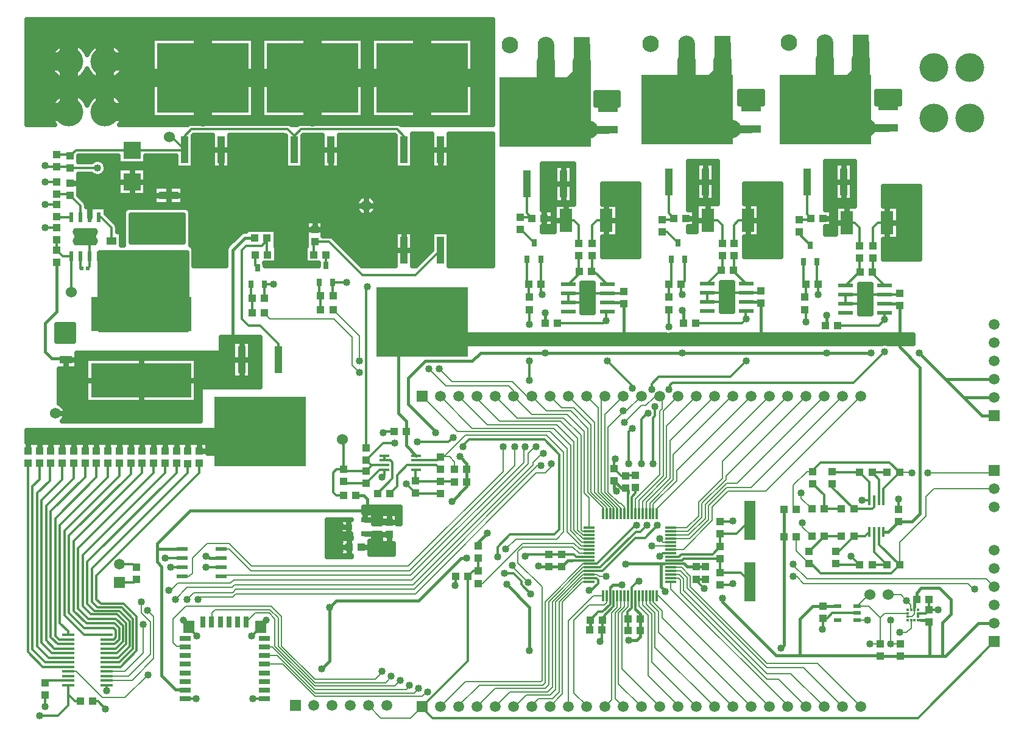
<source format=gbr>
G04 DipTrace 2.4.0.2*
%INTop.gbr*%
%MOIN*%
%ADD13C,0.012*%
%ADD14C,0.007*%
%ADD15C,0.018*%
%ADD16C,0.0118*%
%ADD17C,0.0138*%
%ADD18C,0.0906*%
%ADD19C,0.1*%
%ADD20C,0.044*%
%ADD21C,0.025*%
%ADD22C,0.03*%
%ADD24R,0.0315X0.0591*%
%ADD25C,0.0394*%
%ADD26R,0.0591X0.0315*%
%ADD27R,0.0591X0.0689*%
%ADD28R,0.0394X0.0433*%
%ADD29R,0.0433X0.0394*%
%ADD31R,0.106X0.044*%
%ADD33R,0.061X0.0236*%
%ADD35R,0.0945X0.0945*%
%ADD36C,0.1575*%
%ADD37R,0.0906X0.0906*%
%ADD38C,0.0906*%
%ADD39R,0.0591X0.0591*%
%ADD40C,0.0591*%
%ADD42R,0.041X0.149*%
%ADD43R,0.5X0.38*%
%ADD45R,0.0256X0.0413*%
%ADD46R,0.0709X0.126*%
%ADD47C,0.06*%
%ADD49R,0.0591X0.0118*%
%ADD50R,0.0118X0.0591*%
%ADD51R,0.0551X0.0157*%
%ADD52R,0.0157X0.0551*%
%ADD53R,0.0413X0.0256*%
%ADD54R,0.0787X0.0236*%
%ADD55R,0.0433X0.0236*%
%ADD56R,0.0709X0.0138*%
%ADD57R,0.0138X0.0138*%
%ADD58R,0.0591X0.2165*%
%ADD59R,0.057X0.044*%
%ADD60R,0.071X0.044*%
%ADD61R,0.022X0.024*%
%ADD62R,0.117X0.071*%
%ADD63R,0.551X0.187*%
%ADD66R,0.0236X0.0571*%
%ADD67R,0.122X0.0945*%
%ADD68C,0.04*%
%FSLAX44Y44*%
G04*
G70*
G90*
G75*
G01*
%LNTop*%
%LPD*%
X35252Y30315D2*
D13*
Y31315D1*
X35502Y31565D1*
X36016D1*
X36020Y31561D1*
X43002Y30315D2*
Y31315D1*
X43252Y31565D1*
X43768D1*
X43770Y31563D1*
X50627Y30190D2*
Y31190D1*
X50877Y31440D1*
X51395D1*
X22880Y19107D2*
Y27880D1*
X22940Y27940D1*
X22880Y17857D2*
X21710D1*
X21630Y17937D1*
X23880Y18176D2*
X23198D1*
X22880Y17857D1*
X23880Y18176D2*
X23141D1*
X22880Y18437D1*
X35071Y11971D2*
D14*
X34721D1*
X33440Y10690D1*
Y5745D1*
X33068Y5374D1*
X32318D1*
X31940Y4996D1*
Y4940D1*
X22880Y18437D2*
D13*
X23817Y19375D1*
X24442D1*
X25692Y19438D2*
X27380D1*
X27630Y19688D1*
X28193Y19188D2*
Y19250D1*
X28505Y19563D1*
X32631D1*
X33443Y18750D1*
Y14625D1*
X33193Y14375D1*
X30750D1*
X30065Y13690D1*
Y13127D1*
X30443Y12249D2*
X30943D1*
X31377Y11815D1*
Y11628D1*
X31881Y11124D1*
X35068Y11312D2*
X35193D1*
X35565Y11683D1*
Y11878D1*
X35471Y11971D1*
X35071D1*
X21630Y17937D2*
X21250D1*
X21065Y17752D1*
Y16690D1*
X21252Y16503D1*
X21646D1*
X21567Y19563D2*
X21630Y19500D1*
Y17937D1*
X23880Y18687D2*
Y18432D1*
X24199D1*
X24320Y18310D1*
Y17435D1*
X23508Y16622D1*
X51195Y14517D2*
D15*
X51455D1*
X52002Y15065D1*
X25070Y19997D2*
Y19229D1*
X25612Y18687D1*
X36970Y27019D2*
X36924Y27065D1*
X36066D1*
X44480Y27043D2*
X44423Y27100D1*
X43669D1*
X52065Y26896D2*
X51959Y27002D1*
X51254D1*
X25940Y26000D2*
Y26498D1*
X24631D1*
Y20999D1*
X25071Y20560D1*
Y19997D1*
X25070D1*
X36970Y27019D2*
Y24970D1*
X36940Y24940D1*
X44480Y27043D2*
Y24980D1*
X44440Y24940D1*
X52002Y15065D2*
X52752D1*
X53190Y15503D1*
Y23503D1*
X52065Y24628D1*
Y26896D1*
X35071Y14727D2*
D14*
Y16372D1*
X34815Y16628D1*
Y20003D1*
X33881Y20938D1*
X31942D1*
X30940Y21940D1*
Y22253D1*
X30691Y22502D1*
X27253D1*
X26315Y23440D1*
X22502Y23878D2*
Y25253D1*
X21065Y26690D1*
X40933Y12594D2*
D15*
X41433D1*
X37071Y16915D2*
X36840D1*
X36440Y17315D1*
X33571Y12602D2*
X32883D1*
X37883Y9727D2*
Y9102D1*
X22820Y15161D2*
X24009D1*
X24133Y15038D1*
X35071Y12956D2*
D16*
X34133D1*
D15*
X33924D1*
X33571Y12602D1*
X37610Y11007D2*
D16*
Y10270D1*
D15*
X37883Y9997D1*
Y9727D1*
X39559Y12759D2*
D16*
X40289D1*
D15*
X40455Y12594D1*
X40933D1*
X37216Y15495D2*
D16*
Y16628D1*
D15*
Y16769D1*
X37071Y16915D1*
X51003Y7708D2*
X52128D1*
X36440Y17315D2*
Y16877D1*
X36565Y16752D1*
X32883Y12602D2*
X32227D1*
X32253Y12627D1*
X32315D1*
X37883Y9102D2*
Y8758D1*
X37690Y8565D1*
X37253D1*
X39559Y12759D2*
D16*
X39174D1*
D15*
X38998D1*
X37009D1*
X37015Y12752D1*
X37065D1*
X38998Y12759D2*
Y11507D1*
X39253Y11252D1*
X42377Y10878D2*
Y10690D1*
X45315Y7752D1*
X46628D1*
X50958D1*
X51003Y7708D1*
X52128D2*
X53729D1*
X54422D1*
X54583D1*
X56378Y9502D1*
X57254D1*
X57258Y9499D1*
X35146Y9690D2*
Y9190D1*
X35105Y9150D1*
X36232Y11007D2*
D13*
Y10552D1*
X35808Y10128D1*
X35583D1*
X35146Y9690D1*
X36232Y11007D2*
D16*
Y11475D1*
D15*
X36381Y11624D1*
X36881D1*
X29002Y13734D2*
Y13934D1*
X29505Y14437D1*
X28383Y17247D2*
Y17003D1*
X27567Y16187D1*
X22940Y15690D2*
X13253D1*
X11441Y13878D1*
Y13562D1*
Y12874D1*
X11691Y12624D1*
Y6627D1*
X12440Y5878D1*
X12936D1*
X12969Y5845D1*
X11441Y13562D2*
X12815D1*
X28380Y17937D2*
Y17250D1*
X28383Y17247D1*
X28380Y17937D2*
Y18250D1*
X28002Y18628D1*
X26690Y19940D2*
Y20003D1*
X25190Y21503D1*
Y22940D1*
X26127Y23878D1*
X28695D1*
X29132Y24315D1*
X32690D1*
X40190D1*
X48065D1*
Y26377D2*
Y25871D1*
X48007Y25813D1*
X40256Y25938D2*
Y26561D1*
X40190Y26628D1*
X32693Y25938D2*
X32690Y26499D1*
X22315Y16503D2*
X22752D1*
X22940Y16315D1*
Y15690D1*
X47869Y10430D2*
X48681D1*
X48690Y10438D1*
X47869Y10430D2*
X47305D1*
X46628Y9752D1*
Y7752D1*
X53093Y9662D2*
D17*
X53252D1*
D15*
X53593D1*
X53690Y9565D1*
X52896Y10252D2*
D17*
Y10411D1*
D15*
Y10709D1*
X53002Y10815D1*
X52503Y9859D2*
D14*
X52734D1*
X52878Y10002D1*
Y10234D1*
X52896Y10252D1*
X53729Y7708D2*
D15*
Y9526D1*
X53690Y9565D1*
X54422Y7708D2*
Y9547D1*
X54878Y10002D1*
Y10815D1*
X54253Y11440D1*
X53252D1*
X53002Y11190D1*
Y10815D1*
X48065Y24315D2*
X50505D1*
X53133Y24313D2*
X54568Y22878D1*
X57253D1*
X54568D2*
X55568Y21878D1*
X57253D1*
X55568D2*
X56568Y20878D1*
X57253D1*
X5940Y29271D2*
Y26565D1*
X5315Y25940D1*
Y24377D1*
X5690Y24002D1*
X6378D1*
X6440Y23940D1*
X16793Y30605D2*
X16230D1*
X15566Y29941D1*
Y23940D1*
X16065D1*
X14941Y13062D2*
X14316D1*
X14191Y13187D1*
X14129D1*
X20879Y10374D2*
Y7442D1*
X20440Y7002D1*
X45757Y15750D2*
Y14250D1*
Y8319D1*
X45565Y8127D1*
X31815Y8003D2*
Y10378D1*
X30565Y11628D1*
X28378Y13065D2*
X28065D1*
X25753Y10752D1*
X21258D1*
X20879Y10374D1*
X7231Y5226D2*
D13*
X6944D1*
X6565Y5605D1*
Y6123D1*
Y6124D1*
X5003Y4436D2*
X6003D1*
X6565Y4999D1*
Y5605D1*
X35838Y15495D2*
D14*
Y15854D1*
X35002Y16690D1*
Y20191D1*
X34068Y21125D1*
X32755D1*
X31940Y21940D1*
X31691D1*
X30878Y22752D1*
X27565D1*
X26877Y23440D1*
X22503Y23252D2*
X22128Y23628D1*
Y25190D1*
X21129Y26188D1*
X17629D1*
X17315Y26502D1*
X39559Y12168D2*
X40024D1*
X40253Y11940D1*
Y11315D1*
X44815Y6752D1*
X46128D1*
X47940Y4940D1*
X52699Y9662D2*
Y9253D1*
X52445Y8999D1*
X52070D1*
X51195Y16250D2*
D13*
Y16887D1*
X52065Y17758D1*
X47315Y17821D2*
Y17872D1*
X47761Y18317D1*
X51506D1*
X52065Y17758D1*
X47315Y17821D2*
D14*
X47008D1*
X46252Y17065D1*
Y15923D1*
X46426Y15750D1*
X52065Y17758D2*
X52747D1*
X52753Y17752D1*
X53627D2*
X57128D1*
X57253Y17877D1*
X50939Y14517D2*
D13*
Y13822D1*
X52066Y12695D1*
X47128Y12758D2*
X47257D1*
X47761Y12254D1*
X51625D1*
X52066Y12695D1*
X46426Y14250D2*
D14*
Y13459D1*
X47128Y12758D1*
X52066Y12695D2*
Y13941D1*
X53502Y15377D1*
Y16440D1*
X53940Y16877D1*
X57253D1*
X12815Y12562D2*
D13*
X12191D1*
X9377Y11753D2*
X10176D1*
X10316Y11893D1*
X12815Y13062D2*
X11878D1*
X9377Y12753D2*
X10125D1*
X10316Y12562D1*
X36232Y15495D2*
D14*
Y15835D1*
X35378Y16690D1*
Y20502D1*
X33940Y21940D1*
X31003Y19190D2*
Y18128D1*
X25249Y12374D1*
X16566D1*
X15379Y13562D1*
X14941D1*
X36035Y15495D2*
Y15845D1*
X35190Y16690D1*
Y20378D1*
X34256Y21313D1*
X33567D1*
X32940Y21940D1*
X30378Y19190D2*
Y17815D1*
X25190Y12627D1*
X16626D1*
X15379Y13874D1*
X14191D1*
X13378Y13062D1*
Y12249D1*
X13191Y12062D1*
X12815D1*
X36429Y15495D2*
Y15826D1*
X35565Y16690D1*
Y21315D1*
X34940Y21940D1*
X31565Y19190D2*
X31503Y19128D1*
Y18315D1*
X25315Y12128D1*
X14941D1*
Y12062D1*
X39559Y14334D2*
X40521D1*
X41440Y15253D1*
Y16003D1*
X42627Y17190D1*
X43190D1*
X47940Y21940D1*
X46694Y16625D2*
Y16334D1*
X47271Y15758D1*
X39559Y14727D2*
X40415D1*
X41065Y15377D1*
Y16127D1*
X42378Y17440D1*
Y18378D1*
X45940Y21940D1*
X46757Y15000D2*
Y14772D1*
X47271Y14258D1*
X50427Y16250D2*
D13*
Y17227D1*
X49896Y17758D1*
X23880Y17920D2*
X23612D1*
X22880Y17187D1*
X21710D1*
X21630Y17268D1*
X7751Y29604D2*
Y29046D1*
X7645Y28940D1*
X5940Y31190D2*
X5315D1*
X32438Y29440D2*
Y28067D1*
X32440Y28065D1*
X40313Y29440D2*
Y28251D1*
X40127Y28065D1*
X47563Y29315D2*
Y28129D1*
X47627Y28065D1*
X49128Y27002D2*
Y27502D1*
Y27002D2*
X50066D1*
X50252Y26815D1*
X49128Y27502D2*
X50064D1*
X50252Y27690D1*
X51254Y27502D2*
X50441D1*
X50252Y27690D1*
X41543Y27100D2*
Y27600D1*
X42412D1*
X42627Y27815D1*
X43669Y27600D2*
X42843D1*
X42627Y27815D1*
X41543Y27100D2*
X42405D1*
X42627Y26877D1*
X40127Y28065D2*
Y27565D1*
X40190Y27503D1*
X47627Y28065D2*
Y27503D1*
X32440Y28065D2*
Y27565D1*
X32503Y27503D1*
X33940Y27065D2*
Y27565D1*
X34805D1*
X35002Y27762D1*
X33940Y27065D2*
X34823D1*
X35002Y26887D1*
X36066Y27565D2*
X35198D1*
X35002Y27762D1*
X5940Y34521D2*
X6609D1*
X6690Y34440D1*
X8190D1*
X7501Y30677D2*
Y30442D1*
X7503Y30440D1*
X7751Y29604D2*
Y30192D1*
X7503Y30440D1*
X49896Y17758D2*
X48417D1*
X48377Y17797D1*
X49896Y12695D2*
X48646D1*
X48565Y12776D1*
X50011Y16254D2*
X50423D1*
X50427Y16250D1*
X49896Y12695D2*
Y12696D1*
X49417Y13175D1*
X52002Y15734D2*
Y16315D1*
X17315Y27315D2*
Y28063D1*
X17313Y28065D1*
X17815D1*
X41433Y11924D2*
X40933D1*
X42258Y15084D2*
X42928D1*
X42946Y15102D1*
X42258Y11621D2*
X42901D1*
X42946Y11665D1*
X40933Y11924D2*
Y11843D1*
X41371Y11406D1*
X37628Y17609D2*
X37071D1*
Y17584D1*
X36840D1*
X36440Y17984D1*
X33571Y13272D2*
X32883D1*
X37413Y11007D2*
Y10351D1*
X37196Y10133D1*
Y9727D1*
X37214D1*
Y9102D1*
X39559Y13349D2*
X39099D1*
X38940Y13190D1*
X23880Y17920D2*
Y17618D1*
X23758Y17497D1*
X24401Y19997D2*
X23877D1*
X23817Y19938D1*
X26946Y16622D2*
X25589D1*
X25571Y16640D1*
X25065Y17128D2*
X25083D1*
X25571Y16640D1*
X13165Y9319D2*
Y9277D1*
X13627Y8815D1*
X17102Y9319D2*
Y9290D1*
X16627Y8815D1*
X17299Y5372D2*
X16695D1*
X16690Y5378D1*
X12969Y5372D2*
X13560D1*
X13565Y5378D1*
X17398Y9663D2*
Y9614D1*
X17102Y9319D1*
X12870Y9663D2*
Y9614D1*
X13165Y9319D1*
X35071Y13153D2*
D16*
X34396D1*
D13*
X34258Y13290D1*
X33589D1*
X33571Y13272D1*
X36970Y27688D2*
X36846Y27565D1*
X36066D1*
X44480Y27712D2*
X44368Y27600D1*
X43669D1*
X52065Y27565D2*
X52002Y27502D1*
X51254D1*
X21065Y27440D2*
X21063Y27442D1*
Y28190D1*
X21815D1*
X5940Y32440D2*
X5315D1*
X5940Y33690D2*
X5315D1*
X5940Y34521D2*
X5359D1*
X5315Y34565D1*
X8690Y5811D2*
Y6124D1*
X14941Y12562D2*
X14129D1*
X32883Y13272D2*
X31647D1*
X31565Y13190D1*
X27771Y12065D2*
Y11771D1*
X27753Y11752D1*
Y11565D1*
X36429Y11007D2*
D16*
Y10691D1*
D13*
Y10429D1*
X35815Y9815D1*
Y9690D1*
Y9190D1*
X35775Y9150D1*
Y8587D1*
X35690Y8503D1*
X37413Y11007D2*
D16*
Y11362D1*
D13*
Y11476D1*
X37784Y11846D1*
X37815Y11815D1*
X5315Y5561D2*
Y4936D1*
X36440Y17984D2*
Y18434D1*
X36506Y18500D1*
X53093Y9859D2*
Y10056D1*
X49752Y10064D2*
X48378D1*
X48097Y9783D1*
X47891D1*
X47869Y9760D1*
Y9242D1*
X47847Y9220D1*
Y9158D1*
X53093Y10056D2*
X53511D1*
X53690Y10234D1*
X54172D1*
X54190Y10252D1*
X53690Y10234D2*
Y10797D1*
X53672Y10815D1*
X7900Y5226D2*
X8213D1*
X8628Y4811D1*
X49877Y30190D2*
Y31190D1*
X49627Y31440D1*
X49190D1*
X42377Y30315D2*
Y31315D1*
X42127Y31565D1*
X41568D1*
X41565Y31563D1*
X34502Y30315D2*
Y31315D1*
X34252Y31565D1*
X33820D1*
X33815Y31561D1*
X38201Y15495D2*
D14*
Y16138D1*
X39506Y17444D1*
Y19506D1*
X41940Y21940D1*
X46945Y26001D2*
D13*
Y26623D1*
X46877Y26690D1*
X35071Y12365D2*
D14*
X34740D1*
X33065Y10690D1*
Y6003D1*
X32811Y5749D1*
X30749D1*
X29940Y4940D1*
X35071Y12365D2*
D16*
X35426D1*
D13*
X35803D1*
X37624Y14187D1*
X38131D1*
X38819Y14875D1*
X38565Y18252D2*
Y20752D1*
X38690Y20877D1*
Y21377D1*
X39440Y22315D2*
X39506D1*
Y22563D1*
X39631Y22688D1*
X49563D1*
X51253Y24378D1*
Y26126D2*
Y26503D1*
X51254Y26502D1*
X48676Y25813D2*
X50940D1*
X51253Y26126D1*
X49940Y41315D2*
D18*
Y40362D1*
D19*
Y39568D1*
X48002Y37630D1*
X51440Y36628D2*
D20*
X50280Y36627D1*
D19*
X49005D1*
X48002Y37630D1*
X47971Y41315D2*
D18*
Y40362D1*
D19*
Y37661D1*
X48002Y37630D1*
X38004Y15495D2*
D14*
Y16191D1*
X39319Y17506D1*
Y20319D1*
X40940Y21940D1*
X39444Y25751D2*
D13*
Y26686D1*
X39440Y26690D1*
X35071Y12562D2*
D14*
X34749D1*
X32877Y10690D1*
Y6127D1*
X32686Y5936D1*
X29936D1*
X28940Y4940D1*
X43690Y23877D2*
D13*
X42813Y23000D1*
X38881D1*
X38502Y22622D1*
Y22315D1*
X38319Y21000D2*
X38250D1*
X37940Y20690D1*
Y18252D1*
X38253Y14878D2*
X37875Y14500D1*
X37631D1*
X35693Y12562D1*
X35489D1*
D16*
X35071D1*
X43690Y26190D2*
D13*
X43632D1*
Y26562D1*
X43669Y26600D1*
X40926Y25938D2*
X43438D1*
X43690Y26190D1*
X42377Y41253D2*
D18*
Y40300D1*
D19*
Y39568D1*
X40440Y37630D1*
X43940Y36565D2*
D20*
X42910D1*
D19*
X41505D1*
X40440Y37630D1*
X40409Y41253D2*
D18*
Y40300D1*
D19*
Y37661D1*
X40440Y37630D1*
X37807Y15495D2*
D14*
Y16245D1*
X39131Y17569D1*
Y21131D1*
X39940Y21940D1*
X31815Y22816D2*
D13*
Y23878D1*
Y25876D2*
Y26690D1*
X35071Y12759D2*
D14*
X34759D1*
X32690Y10690D1*
Y6252D1*
X32561Y6124D1*
X29068D1*
X27940Y4996D1*
Y4940D1*
X35071Y12759D2*
D16*
X35426D1*
D13*
X35509D1*
X37625Y14875D1*
X37690D1*
X37253Y18252D2*
Y19997D1*
X37440Y20184D1*
Y22374D2*
Y22503D1*
X36065Y23878D1*
X36006Y26063D2*
Y26505D1*
X36066Y26565D1*
X33362Y25938D2*
X35881D1*
X36006Y26063D1*
X34690Y41190D2*
D18*
Y40237D1*
D19*
Y39505D1*
X32690Y37505D1*
X36100Y36540D2*
D20*
X35070D1*
D19*
X33655D1*
X32690Y37505D1*
X32721Y41190D2*
D18*
Y40237D1*
D19*
Y37537D1*
X32690Y37505D1*
X39559Y12562D2*
D14*
X40131D1*
X40628Y12065D1*
Y11502D1*
X44815Y7315D1*
X47565D1*
X49940Y4940D1*
X51565Y8378D2*
X52128D1*
X51565D2*
Y9690D1*
X50315D2*
X49752D1*
X52440Y10752D2*
X52690Y10502D1*
Y10262D1*
X52699Y10252D1*
X51445Y11062D2*
X52131D1*
X52440Y10752D1*
X39559Y12365D2*
X40077D1*
X40440Y12003D1*
Y11440D1*
X44815Y7065D1*
X46815D1*
X48940Y4940D1*
X50440Y8378D2*
X51003D1*
Y9815D1*
X50377Y10440D1*
X49754D1*
X49752Y10438D1*
X52503Y10056D2*
X51243D1*
X51003Y9815D1*
X50445Y11062D2*
X50376D1*
X49752Y10438D1*
X37610Y15495D2*
Y16298D1*
X38940Y17628D1*
Y21127D1*
X39069Y21256D1*
Y21811D1*
X38940Y21940D1*
Y21875D1*
X38631D1*
X38194Y21438D1*
X37944D1*
X37006Y20500D1*
X33003Y18252D2*
Y18065D1*
X32690Y17752D1*
X32196D1*
X25567Y11124D1*
X15754D1*
X15566Y10937D1*
X13816D1*
X13691Y10812D1*
X10936Y6686D2*
X9686Y5436D1*
X8440D1*
X7003Y6874D1*
X6565D1*
X32440Y18128D2*
X32258D1*
X25505Y11374D1*
X15754D1*
X15568Y11189D1*
X13443D1*
X13066Y10812D1*
X10691Y9436D2*
Y7874D1*
X9691Y6874D1*
X8690D1*
X36943Y21125D2*
Y21063D1*
X36128Y20247D1*
Y16690D1*
X36753Y16065D1*
X36816D1*
X37020Y15861D1*
Y15495D1*
X37940Y21940D2*
X37125Y21125D1*
X36943D1*
X36626Y15495D2*
Y15817D1*
X35752Y16690D1*
Y21752D1*
X35940Y21940D1*
X32190Y19190D2*
X32128D1*
X31753Y18815D1*
Y18247D1*
X25383Y11878D1*
X15632D1*
X15448Y11693D1*
X12572D1*
X12253Y11374D1*
X12003D1*
X12066Y11312D1*
X10566Y10687D2*
Y10062D1*
X11066Y9561D1*
Y7811D1*
X9878Y6624D1*
X8691D1*
X8690D1*
X36823Y15495D2*
Y15808D1*
X35940Y16691D1*
Y20940D1*
X36940Y21940D1*
X32565Y18815D2*
X32503D1*
X32003Y18315D1*
Y18190D1*
X25437Y11624D1*
X15691D1*
X15532Y11465D1*
X13094D1*
X12441Y10812D1*
X10909Y10218D2*
X11253Y9874D1*
Y7561D1*
X10066Y6374D1*
X8691D1*
X8690D1*
X29002Y11690D2*
X29252D1*
X31432Y13870D1*
X34260D1*
X34565Y13565D1*
X35052D1*
X35071Y13546D1*
X47940Y14258D2*
D13*
X48896D1*
X47940D2*
Y14239D1*
X47128Y13427D1*
X48896Y15758D2*
X47940D1*
Y16526D1*
X47315Y17151D1*
X50683Y16250D2*
Y15876D1*
X50565Y15758D1*
X49565D1*
X48377Y17128D2*
Y16946D1*
X49565Y15758D1*
X50939Y16250D2*
Y17384D1*
X50565Y17758D1*
X51396D2*
X50565D1*
X20689Y29096D2*
X20690D1*
Y29690D1*
X46565Y31609D2*
X47127D1*
X47208Y31690D1*
X47002Y33690D2*
Y31896D1*
X47208Y31690D1*
X46565Y30940D2*
Y30845D1*
X47189Y30221D1*
X46815Y29315D2*
Y28208D1*
X46958Y28065D1*
Y27440D1*
X46877Y27359D1*
X39440Y33690D2*
Y31958D1*
X39708Y31690D1*
X39065Y31609D2*
X39627D1*
X39708Y31690D1*
X39065Y30940D2*
X39345D1*
X39939Y30346D1*
X39565Y29440D2*
Y28172D1*
X39458Y28065D1*
Y27377D1*
X39440Y27359D1*
X37413Y15495D2*
Y16413D1*
X37628Y16628D1*
Y16940D1*
X49565Y14258D2*
X50168D1*
X50427Y14517D1*
X48565Y13445D2*
X48753D1*
X49565Y14258D1*
X20396Y26690D2*
Y27440D1*
X20315Y27521D1*
Y28190D1*
X25612Y18176D2*
X25118D1*
X24565Y17623D1*
Y17010D1*
X24177Y16622D1*
X25612Y18176D2*
X26705D1*
X26946Y17935D1*
Y17291D2*
X25589D1*
X25571Y17310D1*
Y17878D1*
X25612Y17920D1*
X26946Y17291D2*
X27670D1*
X27714Y17247D1*
X20021Y29690D2*
Y30396D1*
X20065D1*
X20859D1*
X22690Y28565D1*
X25565D1*
X26940Y29940D1*
X31315Y31734D2*
X31914D1*
X31958Y31690D1*
X31690Y33565D2*
Y31958D1*
X31958Y31690D1*
X31315Y31065D2*
X31345D1*
X32064Y30346D1*
X31690Y29440D2*
Y28146D1*
X31771Y28065D1*
Y27404D1*
X31815Y27359D1*
X16815Y29690D2*
Y29095D1*
X16939Y28971D1*
X50683Y14517D2*
Y13408D1*
X51396Y12695D1*
X50566D1*
X8690Y8874D2*
X7441D1*
X6378Y9937D1*
Y14562D1*
X9378Y17562D1*
Y18261D1*
X16565Y28065D2*
Y27396D1*
X16646Y27315D1*
Y26502D1*
X17462Y30605D2*
Y29690D1*
X17484D1*
X17462Y30605D2*
Y30462D1*
X17190Y30190D1*
X16315D1*
X16065Y29940D1*
Y26190D1*
X16440Y25815D1*
X17065D1*
X18065Y24815D1*
Y23940D1*
X49877Y29521D2*
Y28771D1*
X49897Y28752D1*
X49878D1*
X49128Y28002D1*
X42377Y29646D2*
Y28916D1*
X42311Y28850D1*
X42293D1*
X41543Y28100D1*
X34502Y29646D2*
Y28806D1*
X34532Y28777D1*
Y28657D1*
X33940Y28065D1*
X35252Y29646D2*
Y28828D1*
X35201Y28777D1*
X35354D1*
X36066Y28065D1*
X43002Y29646D2*
Y28872D1*
X42981Y28850D1*
Y28788D1*
X43669Y28100D1*
X50627Y29521D2*
Y28813D1*
X50566Y28752D1*
Y28690D1*
X51254Y28002D1*
X8690Y7124D2*
X9440D1*
X10316Y7999D1*
Y9874D1*
X9628Y10562D1*
X8378D1*
X8128Y10812D1*
Y12124D1*
X13754Y17750D1*
Y18261D1*
X13128Y18256D2*
Y17750D1*
X7878Y12499D1*
Y10687D1*
X8190Y10374D1*
X9503D1*
X10128Y9749D1*
Y8124D1*
X9378Y7374D1*
X8691D1*
X8690D1*
Y7624D2*
X9315D1*
X9941Y8249D1*
Y9624D1*
X9378Y10187D1*
X8003D1*
X7628Y10562D1*
Y12874D1*
X12503Y17750D1*
Y18261D1*
X8690Y7874D2*
X9253D1*
X9753Y8374D1*
Y9499D1*
X9253Y9999D1*
X7815D1*
X7378Y10437D1*
Y13249D1*
X11878Y17750D1*
Y18261D1*
X8690Y8124D2*
X9190D1*
X9566Y8499D1*
Y9374D1*
X9191Y9749D1*
X7690D1*
X7128Y10312D1*
Y13624D1*
X11253Y17750D1*
Y18261D1*
X8690Y8374D2*
X9128D1*
X9378Y8624D1*
Y9249D1*
X9128Y9499D1*
X7565D1*
X6878Y10187D1*
Y13999D1*
X10628Y17750D1*
Y18261D1*
X8690Y8624D2*
X9065D1*
X9191Y8749D1*
Y9124D1*
X9066Y9249D1*
X7440D1*
X6628Y10062D1*
Y14312D1*
X10003Y17687D1*
Y18261D1*
X6565Y6374D2*
X5458D1*
X5315Y6230D1*
X6565Y8874D2*
Y9062D1*
X6128Y9499D1*
Y14875D1*
X8753Y17500D1*
Y18261D1*
X6565Y8624D2*
X6065D1*
X5878Y8811D1*
Y15250D1*
X8128Y17500D1*
Y18261D1*
X6565Y8374D2*
X6003D1*
X5628Y8749D1*
Y15625D1*
X7503Y17500D1*
Y18261D1*
X6565Y8124D2*
X5815D1*
X5378Y8561D1*
Y15937D1*
X6878Y17437D1*
Y18261D1*
X6565Y7874D2*
X5690D1*
X5128Y8436D1*
Y16250D1*
X6253Y17375D1*
Y18261D1*
X6565Y7624D2*
X5503D1*
X4878Y8249D1*
Y16625D1*
X5565Y17312D1*
Y18261D1*
X5628D1*
X6565Y7374D2*
X5315D1*
X4628Y8061D1*
Y17000D1*
X5003Y17375D1*
Y18261D1*
X6565Y7124D2*
X5190D1*
X4378Y7936D1*
Y18261D1*
X39559Y12956D2*
X40174D1*
X40258Y13040D1*
X42258D1*
Y12290D1*
X43383D1*
X43883Y11790D1*
X42258Y13709D2*
Y14415D1*
X43162D1*
X43883Y15136D1*
X42258Y13709D2*
X41839Y13290D1*
X40133D1*
X39996Y13153D1*
X39914D1*
D16*
X39559D1*
Y13940D2*
D14*
X39128D1*
X38940Y14127D1*
X46252Y12753D2*
X46190D1*
X47003Y11940D1*
X56817D1*
X57258Y11499D1*
X39559Y13743D2*
X38493D1*
X38502Y13753D1*
X46252Y12065D2*
X46440D1*
X46815Y11690D1*
X55815D1*
X56128Y11378D1*
X56190D1*
X39559Y11775D2*
Y11384D1*
X45940Y5003D1*
Y4940D1*
X39559Y11971D2*
X39971D1*
X40065Y11878D1*
Y11190D1*
X44815Y6440D1*
X45440D1*
X46940Y4940D1*
X35071Y11775D2*
X34712D1*
X33628Y10690D1*
Y5628D1*
X32940Y4940D1*
X38791Y15495D2*
Y15791D1*
X44940Y21940D1*
X35071Y14530D2*
X34725D1*
X34631Y14624D1*
Y19813D1*
X33693Y20750D1*
X31130D1*
X29940Y21940D1*
X35071Y14334D2*
X34734D1*
X34443Y14624D1*
Y19625D1*
X33506Y20563D1*
X30193D1*
X28940Y21815D1*
Y21940D1*
X37020Y11007D2*
Y10395D1*
X36690Y10065D1*
Y6190D1*
X37940Y4940D1*
X38594Y15495D2*
Y16032D1*
X39881Y17319D1*
Y17881D1*
X43940Y21940D1*
X38398Y15495D2*
Y16085D1*
X39694Y17381D1*
Y18750D1*
X42884Y21940D1*
X42940D1*
X39559Y14137D2*
X40574D1*
X41627Y15190D1*
Y15940D1*
X42627Y16940D1*
X43940D1*
X48940Y21940D1*
X37216Y11007D2*
Y10404D1*
X36878Y10065D1*
Y7002D1*
X38940Y4940D1*
X39559Y14530D2*
X40468D1*
X41253Y15315D1*
Y16065D1*
X42565Y17378D1*
Y17565D1*
X46940Y21940D1*
X39559Y13546D2*
X40234D1*
X41815Y15127D1*
Y15877D1*
X42690Y16752D1*
X44752D1*
X49940Y21940D1*
X38201Y11007D2*
Y10554D1*
X38690Y10065D1*
Y8190D1*
X41940Y4940D1*
X38398Y11007D2*
Y10607D1*
X38877Y10128D1*
Y9003D1*
X42940Y4940D1*
X25940D2*
D13*
Y4877D1*
X26502Y4315D1*
X53074D1*
X57258Y8499D1*
X29002Y12359D2*
Y13065D1*
Y12359D2*
X28734D1*
X28440Y12065D1*
Y7440D1*
X25940Y4940D1*
D14*
Y4934D1*
X25317Y4311D1*
X23694D1*
X23002Y5003D1*
X10065Y35422D2*
D13*
X7003D1*
X6690Y35109D1*
X5940Y35190D2*
X6609D1*
X6690Y35109D1*
X10065Y35422D2*
X12922D1*
X12940Y35440D1*
Y36190D1*
X13315Y36565D1*
X18565D1*
X19065Y36065D1*
Y35440D1*
X18940D1*
Y36190D1*
X19315Y36565D1*
X24565D1*
X24940Y36190D1*
Y35440D1*
X12128Y36127D2*
X12253D1*
X12940Y35440D1*
X35071Y14137D2*
D14*
X34743D1*
X34256Y14624D1*
Y19438D1*
X33318Y20375D1*
X29505D1*
X27940Y21940D1*
X35071Y13940D2*
X34690D1*
X34068Y14562D1*
Y19250D1*
X33131Y20188D1*
X28692D1*
X26940Y21940D1*
X35071Y13743D2*
X34637D1*
X33881Y14500D1*
Y19062D1*
X32943Y20000D1*
X27880D1*
X25940Y21940D1*
X35071Y13349D2*
X34531D1*
X34190Y13690D1*
X31440D1*
X31190Y13440D1*
Y12815D1*
X32503Y11502D1*
Y6378D1*
X32436Y6311D1*
X28311D1*
X26940Y4940D1*
X38004Y11007D2*
Y10501D1*
X38502Y10003D1*
Y7378D1*
X40940Y4940D1*
X23755Y6874D2*
X23817D1*
X23380Y6436D1*
X20067D1*
X18254Y8249D1*
Y9874D1*
X17688Y10440D1*
X13003D1*
X12316Y9753D1*
Y8439D1*
X12503Y8252D1*
X12923D1*
X12969Y8207D1*
X39940Y4940D2*
Y5003D1*
X38315Y6628D1*
Y9940D1*
X37815Y10440D1*
Y10999D1*
X37807Y11007D1*
X24255Y6624D2*
X24283Y6595D1*
X23936Y6249D1*
X20067D1*
X18065Y8250D1*
Y9815D1*
X17627Y10252D1*
X14627D1*
X14440Y10065D1*
Y9580D1*
X14425Y9565D1*
X35838Y11007D2*
X35319D1*
X33940Y9627D1*
Y4940D1*
X26255Y5749D2*
X26186D1*
X25940Y5502D1*
X20065D1*
X18306Y7262D1*
X17299D1*
X36823Y11007D2*
Y10385D1*
X36502Y10065D1*
Y5378D1*
X36940Y4940D1*
X24755Y6374D2*
X24442Y6061D1*
X20067D1*
X17877Y8250D1*
Y9753D1*
X17565Y10065D1*
X16815D1*
X16315Y9565D1*
X36035Y11007D2*
Y10625D1*
X35913Y10502D1*
X35065D1*
X34253Y9690D1*
Y5690D1*
X34940Y5002D1*
Y4940D1*
X25752Y5940D2*
X25502Y5690D1*
X20065D1*
X18021Y7734D1*
X17299D1*
X36626Y11007D2*
Y10376D1*
X36315Y10065D1*
Y5315D1*
X35940Y4940D1*
X25255Y6124D2*
X25317D1*
X25071Y5878D1*
X20065D1*
X17736Y8207D1*
X17299D1*
X38594Y11007D2*
Y10661D1*
X39065Y10190D1*
Y9815D1*
X43940Y4940D1*
X38791Y11007D2*
X38873D1*
X44940Y4940D1*
X35071Y12168D2*
X34731D1*
X33253Y10690D1*
Y5878D1*
X32936Y5561D1*
X31630D1*
X31009Y4940D1*
X30940D1*
X25612Y18432D2*
D13*
X26773D1*
X26946Y18604D1*
D14*
X27109D1*
X28318Y19813D1*
X32756D1*
X33693Y18875D1*
Y14500D1*
X33318Y14124D1*
X31068D1*
X30505Y13562D1*
X30880Y12687D2*
Y12624D1*
X31752Y11752D1*
X36006Y12062D2*
X35631D1*
X35506Y12187D1*
X35089D1*
X35071Y12168D1*
X27711Y17937D2*
Y18357D1*
X27442Y18625D1*
X26967D1*
X26946Y18604D1*
X8251Y31750D2*
D13*
X8380D1*
X8940Y31190D1*
Y30440D1*
X7251Y29604D2*
Y28940D1*
X7315D1*
X5940Y33021D2*
X6690D1*
Y32940D1*
X7251Y31750D2*
Y32379D1*
X6690Y32940D1*
X5940Y29940D2*
Y30521D1*
X6751Y29604D2*
X6276D1*
X5940Y29940D1*
X6753Y27626D2*
Y27688D1*
X6751Y27690D1*
Y29604D1*
Y31750D2*
X5961D1*
X5940Y31771D1*
D68*
X22940Y27940D3*
X24442Y19375D3*
X25692Y19438D3*
X27630Y19688D3*
X28193Y19188D3*
X30065Y13127D3*
X30443Y12249D3*
X31881Y11124D3*
X35068Y11312D3*
X26315Y23440D3*
X22502Y23878D3*
X39253Y11252D3*
X42377Y10878D3*
X28002Y18628D3*
X26690Y19940D3*
X48065Y24315D3*
Y26377D3*
X40190Y26628D3*
Y24315D3*
X32690Y26499D3*
Y24315D3*
X50505D3*
X53133Y24313D3*
X20879Y10374D3*
X20440Y7002D3*
X45565Y8127D3*
X31815Y8003D3*
X30565Y11628D3*
X28378Y13065D3*
X20879Y10374D3*
X5003Y4436D3*
X26877Y23440D3*
X22503Y23252D3*
X52070Y8999D3*
X52753Y17752D3*
X53627D3*
X12191Y12562D3*
X11878Y13062D3*
X31003Y19190D3*
X30378D3*
X31565D3*
X46694Y16625D3*
X46757Y15000D3*
X46945Y26001D3*
X38819Y14875D3*
X38565Y18252D3*
X38690Y21377D3*
X39440Y22315D3*
X51253Y24378D3*
Y26126D3*
D3*
X39444Y25751D3*
X38502Y22315D3*
X38319Y21000D3*
X37940Y18252D3*
X38253Y14878D3*
X31815Y22816D3*
Y23878D3*
Y25876D3*
X37690Y14875D3*
X37253Y18252D3*
X37440Y20184D3*
Y22374D3*
X36065Y23878D3*
X36006Y26063D3*
D3*
X51565Y8378D3*
Y9690D3*
X50315D3*
X51565Y8378D3*
X52440Y10752D3*
X51565Y9690D3*
X52440Y10752D3*
X50440Y8378D3*
X37006Y20500D3*
X33003Y18252D3*
X13691Y10812D3*
X10936Y6686D3*
X32440Y18128D3*
X13066Y10812D3*
X10691Y9436D3*
X32190Y19190D3*
X12066Y11312D3*
X10566Y10687D3*
X32565Y18815D3*
X12441Y10812D3*
X10909Y10218D3*
X38940Y14127D3*
X46252Y12753D3*
X38502Y13753D3*
X46252Y12065D3*
X56190Y11378D3*
X23755Y6874D3*
X24255Y6624D3*
X26255Y5749D3*
X24755Y6374D3*
X25752Y5940D3*
X25255Y6124D3*
X30505Y13562D3*
X30880Y12687D3*
X31752Y11752D3*
X36006Y12062D3*
X4565Y19938D3*
X36943Y21125D3*
X47847Y9158D3*
X17815Y28065D3*
X36065Y29815D3*
X5315Y31190D3*
X36065Y30440D3*
X50252Y26815D3*
Y27690D3*
X42627Y26877D3*
Y27815D3*
X47627Y27503D3*
X40190D3*
X32503D3*
X35002Y26887D3*
Y27762D3*
X8190Y34440D3*
X8003Y30940D3*
Y30440D3*
X7503Y30940D3*
Y30440D3*
X7002Y30940D3*
Y30440D3*
X50011Y16254D3*
X49417Y13175D3*
X52002Y16315D3*
X42946Y11665D3*
Y15102D3*
X41371Y11406D3*
X36565Y16752D3*
X38940Y13190D3*
X24070Y13663D3*
X23383D3*
X23758Y17497D3*
X23817Y19938D3*
X25065Y17128D3*
X6690Y25627D3*
X6190D3*
X36506Y18500D3*
X16627Y8815D3*
X13627D3*
X13565Y5378D3*
X16690D3*
X10940Y30690D3*
X36815Y29815D3*
Y30440D3*
X37565Y29815D3*
X10940Y31440D3*
X10315D3*
Y30690D3*
X37565Y30440D3*
X36065Y32690D3*
Y33315D3*
X36815Y32690D3*
Y33315D3*
X37565Y32690D3*
Y33315D3*
X36815Y32065D3*
Y31565D3*
Y31065D3*
X37565D3*
Y31565D3*
Y32065D3*
X43815Y29815D3*
Y30440D3*
X44565Y29815D3*
Y30440D3*
X45315Y29815D3*
Y30440D3*
X43815Y32690D3*
Y33315D3*
X44565Y32690D3*
Y33315D3*
X45315Y32690D3*
Y33315D3*
X44565Y32065D3*
Y31565D3*
Y31065D3*
X45315D3*
Y31565D3*
Y32065D3*
X51440Y29690D3*
Y30315D3*
X52190Y29690D3*
Y30315D3*
X52940Y29690D3*
Y30315D3*
X51440Y32565D3*
Y33190D3*
X52190Y32565D3*
Y33190D3*
X52940Y32565D3*
Y33190D3*
X52190Y31940D3*
Y31440D3*
Y30940D3*
X52940D3*
Y31440D3*
Y31940D3*
X21815Y28190D3*
X27940Y35940D3*
X28940D3*
X28440D3*
X29440D3*
X27940Y35440D3*
X28440D3*
X28940D3*
X29440D3*
Y34940D3*
X28940D3*
X28440D3*
X27940D3*
Y34440D3*
X28440D3*
X28940D3*
X29440D3*
Y33940D3*
X28940D3*
X28440D3*
X27940D3*
Y33440D3*
X28440D3*
X28940D3*
X29440D3*
Y32940D3*
X28940D3*
X28440D3*
X27940D3*
Y32440D3*
X28440D3*
X28940D3*
X29440D3*
Y31940D3*
X28940D3*
X28440D3*
X27940D3*
Y31440D3*
X28440D3*
X28940D3*
X29440D3*
Y30940D3*
X28940D3*
X28440D3*
X27940D3*
Y30440D3*
X28440D3*
X28940D3*
X29440D3*
Y29940D3*
X28940D3*
X28440D3*
X27940D3*
Y29440D3*
X28440D3*
X28940D3*
X29440D3*
X5315Y32440D3*
Y33690D3*
Y34565D3*
X8690Y5811D3*
X14129Y12562D3*
X9440Y21440D3*
X9940D3*
X10440D3*
X10940D3*
X11440D3*
Y20940D3*
X10940D3*
X10440D3*
X9940D3*
X9440D3*
X6940Y21440D3*
X7440D3*
X7940D3*
X8440D3*
Y20940D3*
X7940D3*
X7440D3*
X6940D3*
X8940D3*
Y21440D3*
X11940D3*
X12440D3*
X12940D3*
Y20940D3*
X12440D3*
X11940D3*
X20940Y14940D3*
Y14440D3*
Y13940D3*
Y13440D3*
X21440D3*
Y13940D3*
Y14440D3*
Y14940D3*
X22940Y15690D3*
X23440D3*
X23940D3*
X24440D3*
X32315Y12627D3*
X31565Y13190D3*
X37253Y8565D3*
X23002Y29753D3*
X37065Y12752D3*
X27753Y11565D3*
X36881Y11624D3*
X35690Y8503D3*
X37815Y11815D3*
X27567Y16187D3*
X29505Y14437D3*
X14129Y13187D3*
X5315Y4936D3*
X43690Y26190D3*
Y23877D3*
X54190Y10252D3*
X35565Y38315D3*
X36065D3*
X36565D3*
X43440Y38378D3*
X43940D3*
X44440D3*
X50940D3*
X51440D3*
X51940D3*
X8628Y4811D3*
X8340Y29566D2*
D21*
X13040D1*
X8340Y29318D2*
X13040D1*
X8340Y29069D2*
X13040D1*
X8340Y28820D2*
X13040D1*
X8340Y28572D2*
X13040D1*
X8340Y28323D2*
X13040D1*
X8340Y28074D2*
X13040D1*
X8340Y27825D2*
X13040D1*
X8340Y27577D2*
X13040D1*
X8340Y27328D2*
X13040D1*
X8340Y27079D2*
X13040D1*
X8340Y26831D2*
X13040D1*
X8340Y26582D2*
X13040D1*
X8340Y26333D2*
X13040D1*
X8340Y26085D2*
X13040D1*
X8340Y25836D2*
X13040D1*
X8340Y25587D2*
X13040D1*
X13065Y25690D2*
Y29815D1*
X8315D1*
Y25565D1*
X13065D1*
Y25690D1*
X4340Y42316D2*
X29792D1*
X4340Y42068D2*
X29792D1*
X4340Y41819D2*
X29792D1*
X4340Y41570D2*
X29792D1*
X4340Y41322D2*
X11151D1*
X16729D2*
X17151D1*
X22729D2*
X23151D1*
X28729D2*
X29792D1*
X4340Y41073D2*
X5936D1*
X7319D2*
X7905D1*
X9287D2*
X11151D1*
X16729D2*
X17151D1*
X22729D2*
X23151D1*
X28729D2*
X29792D1*
X4340Y40824D2*
X5718D1*
X7541D2*
X7683D1*
X9510D2*
X11151D1*
X16729D2*
X17151D1*
X22729D2*
X23151D1*
X28729D2*
X29792D1*
X4340Y40575D2*
X5601D1*
X9623D2*
X11151D1*
X16729D2*
X17151D1*
X22729D2*
X23151D1*
X28729D2*
X29792D1*
X4340Y40327D2*
X5554D1*
X9670D2*
X11151D1*
X16729D2*
X17151D1*
X22729D2*
X23151D1*
X28729D2*
X29792D1*
X4340Y40078D2*
X5565D1*
X9658D2*
X11151D1*
X16729D2*
X17151D1*
X22729D2*
X23151D1*
X28729D2*
X29792D1*
X4340Y39829D2*
X5644D1*
X9584D2*
X11151D1*
X16729D2*
X17151D1*
X22729D2*
X23151D1*
X28729D2*
X29792D1*
X4340Y39581D2*
X5796D1*
X7459D2*
X7765D1*
X9428D2*
X11151D1*
X16729D2*
X17151D1*
X22729D2*
X23151D1*
X28729D2*
X29792D1*
X4340Y39332D2*
X6104D1*
X7154D2*
X8069D1*
X9123D2*
X11151D1*
X16729D2*
X17151D1*
X22729D2*
X23151D1*
X28729D2*
X29792D1*
X4340Y39083D2*
X11151D1*
X16729D2*
X17151D1*
X22729D2*
X23151D1*
X28729D2*
X29792D1*
X4340Y38835D2*
X11151D1*
X16729D2*
X17151D1*
X22729D2*
X23151D1*
X28729D2*
X29792D1*
X4340Y38586D2*
X11151D1*
X16729D2*
X17151D1*
X22729D2*
X23151D1*
X28729D2*
X29792D1*
X4340Y38337D2*
X5964D1*
X7291D2*
X7933D1*
X9260D2*
X11151D1*
X16729D2*
X17151D1*
X22729D2*
X23151D1*
X28729D2*
X29792D1*
X4340Y38089D2*
X5729D1*
X7526D2*
X7698D1*
X9494D2*
X11151D1*
X16729D2*
X17151D1*
X22729D2*
X23151D1*
X28729D2*
X29792D1*
X4340Y37840D2*
X5604D1*
X9619D2*
X11151D1*
X16729D2*
X17151D1*
X22729D2*
X23151D1*
X28729D2*
X29792D1*
X4340Y37591D2*
X5554D1*
X9670D2*
X11151D1*
X16729D2*
X17151D1*
X22729D2*
X23151D1*
X28729D2*
X29792D1*
X4340Y37343D2*
X5561D1*
X9662D2*
X11151D1*
X16729D2*
X17151D1*
X22729D2*
X23151D1*
X28729D2*
X29792D1*
X4340Y37094D2*
X5632D1*
X9592D2*
X29792D1*
X4340Y36845D2*
X5780D1*
X9444D2*
X13124D1*
X18756D2*
X19124D1*
X24756D2*
X29792D1*
X5831Y36814D2*
X5732Y36950D1*
X5653Y37106D1*
X5601Y37273D1*
X5577Y37446D1*
X5582Y37620D1*
X5616Y37792D1*
X5678Y37955D1*
X5766Y38106D1*
X5878Y38241D1*
X6011Y38354D1*
X6160Y38445D1*
X6323Y38509D1*
X6494Y38546D1*
X6668Y38554D1*
X6842Y38532D1*
X7010Y38483D1*
X7167Y38406D1*
X7309Y38304D1*
X7432Y38180D1*
X7533Y38038D1*
X7610Y37881D1*
X7612Y37874D1*
X7681Y38022D1*
X7780Y38166D1*
X7901Y38292D1*
X8042Y38396D1*
X8197Y38476D1*
X8364Y38528D1*
X8537Y38553D1*
X8712Y38548D1*
X8883Y38514D1*
X9047Y38453D1*
X9198Y38365D1*
X9333Y38254D1*
X9447Y38121D1*
X9538Y37972D1*
X9603Y37810D1*
X9640Y37639D1*
X9648Y37477D1*
X9630Y37303D1*
X9583Y37135D1*
X9508Y36977D1*
X9409Y36833D1*
X9393Y36814D1*
X13108Y36815D1*
X13174Y36858D1*
X13315Y36890D1*
X18565D1*
X18672Y36872D1*
X18815Y36815D1*
X19108D1*
X19174Y36858D1*
X19315Y36890D1*
X24565D1*
X24672Y36872D1*
X24815Y36815D1*
X29815D1*
Y42565D1*
X4315D1*
Y36815D1*
X5835D1*
X9648Y40233D2*
X9630Y40059D1*
X9583Y39891D1*
X9508Y39733D1*
X9409Y39589D1*
X9287Y39464D1*
X9146Y39360D1*
X8990Y39282D1*
X8823Y39230D1*
X8649Y39207D1*
X8475Y39212D1*
X8303Y39247D1*
X8140Y39309D1*
X7989Y39398D1*
X7855Y39510D1*
X7742Y39643D1*
X7652Y39793D1*
X7612Y39886D1*
X7552Y39754D1*
X7456Y39608D1*
X7337Y39480D1*
X7198Y39374D1*
X7044Y39291D1*
X6878Y39236D1*
X6706Y39208D1*
X6531Y39210D1*
X6359Y39240D1*
X6194Y39299D1*
X6041Y39384D1*
X5905Y39493D1*
X5788Y39623D1*
X5695Y39771D1*
X5627Y39932D1*
X5587Y40102D1*
X5576Y40277D1*
X5593Y40451D1*
X5639Y40619D1*
X5713Y40778D1*
X5811Y40922D1*
X5933Y41048D1*
X6073Y41152D1*
X6229Y41232D1*
X6395Y41284D1*
X6568Y41309D1*
X6743Y41304D1*
X6915Y41270D1*
X7078Y41209D1*
X7230Y41121D1*
X7364Y41010D1*
X7478Y40877D1*
X7569Y40728D1*
X7612Y40630D1*
X7681Y40778D1*
X7780Y40922D1*
X7901Y41048D1*
X8042Y41152D1*
X8197Y41232D1*
X8364Y41284D1*
X8537Y41309D1*
X8712Y41304D1*
X8883Y41270D1*
X9047Y41209D1*
X9198Y41121D1*
X9333Y41010D1*
X9447Y40877D1*
X9538Y40728D1*
X9603Y40566D1*
X9640Y40395D1*
X9648Y40233D1*
X11200Y41545D2*
X16705D1*
Y37215D1*
X11175D1*
Y41545D1*
X11200D1*
X17200D2*
X22705D1*
Y37215D1*
X17175D1*
Y41545D1*
X17200D1*
X23200D2*
X28705D1*
Y37215D1*
X23175D1*
Y41545D1*
X23200D1*
X6628Y38554D2*
D19*
Y37502D1*
X5576D2*
X6628D1*
X8596Y38554D2*
Y37502D1*
X9648D1*
X8596Y41310D2*
Y39206D1*
Y40258D2*
X9648D1*
X6628Y41310D2*
Y39206D1*
X5576Y40258D2*
X6628D1*
X13940Y41545D2*
Y37216D1*
X11175Y39380D2*
X16705D1*
X19940Y41545D2*
Y37216D1*
X17175Y39380D2*
X22705D1*
X25940Y41545D2*
Y37216D1*
X23175Y39380D2*
X28705D1*
X32527Y34441D2*
D21*
X33194D1*
X32527Y34193D2*
X33194D1*
X32527Y33944D2*
X33194D1*
X32527Y33695D2*
X33194D1*
X32527Y33447D2*
X33194D1*
X32527Y33198D2*
X33194D1*
X32527Y32949D2*
X33194D1*
X32527Y32700D2*
X33194D1*
X32527Y32452D2*
X33171D1*
X32527Y32203D2*
X33171D1*
X32527Y31208D2*
X33171D1*
X32527Y30960D2*
X33171D1*
X33245Y34575D2*
X34160D1*
Y32555D1*
X33220D1*
Y34575D1*
X33245D1*
X33221Y32456D2*
X34253D1*
X34252Y34690D1*
X32502D1*
Y32155D1*
X32746Y32152D1*
X33109D1*
Y31228D1*
X32502D1*
Y30940D1*
X33196Y30941D1*
Y32456D1*
X33221D1*
X33690Y34575D2*
D22*
Y32555D1*
X33220Y33565D2*
X34159D1*
X33815Y32455D2*
Y31561D1*
X33196D2*
X33815D1*
X32627Y32151D2*
Y31229D1*
Y31690D2*
X33109D1*
X40527Y34566D2*
D21*
X40944D1*
X41936D2*
X42102D1*
X40527Y34318D2*
X40944D1*
X41936D2*
X42102D1*
X40527Y34069D2*
X40944D1*
X41936D2*
X42102D1*
X40527Y33820D2*
X40944D1*
X41936D2*
X42102D1*
X40527Y33572D2*
X40944D1*
X41936D2*
X42102D1*
X40527Y33323D2*
X40944D1*
X41936D2*
X42102D1*
X40527Y33074D2*
X40944D1*
X41936D2*
X42102D1*
X40527Y32825D2*
X40944D1*
X41936D2*
X42102D1*
X40527Y32577D2*
X42102D1*
X40527Y32328D2*
X40921D1*
X40527Y31085D2*
X40921D1*
X40995Y34700D2*
X41910D1*
Y32680D1*
X40970D1*
Y34700D1*
X40995D1*
X40971Y32458D2*
X42128D1*
X42127Y34815D1*
X40502D1*
Y32155D1*
X40859Y32152D1*
Y31228D1*
X40504D1*
X40502Y30940D1*
X40946Y30943D1*
Y32458D1*
X40971D1*
X41440Y34700D2*
D22*
Y32680D1*
X40970Y33690D2*
X41910D1*
X41565Y32457D2*
Y31563D1*
X40946D2*
X41565D1*
X40377Y31690D2*
X40859D1*
X48027Y34566D2*
D21*
X48507D1*
X49498D2*
X49604D1*
X48027Y34318D2*
X48507D1*
X49498D2*
X49604D1*
X48027Y34069D2*
X48507D1*
X49498D2*
X49604D1*
X48027Y33820D2*
X48507D1*
X49498D2*
X49604D1*
X48027Y33572D2*
X48507D1*
X49498D2*
X49604D1*
X48027Y33323D2*
X48507D1*
X49498D2*
X49604D1*
X48027Y33074D2*
X48507D1*
X49498D2*
X49604D1*
X48027Y32825D2*
X48507D1*
X49498D2*
X49604D1*
X48027Y32577D2*
X49604D1*
X48027Y32328D2*
X48546D1*
X48385Y32079D2*
X48546D1*
X48385Y31831D2*
X48546D1*
X48385Y31582D2*
X48546D1*
X48385Y31333D2*
X48546D1*
X48027Y31085D2*
X48546D1*
X48027Y30836D2*
X48546D1*
X48557Y34700D2*
X49472D1*
Y32680D1*
X48532D1*
Y34700D1*
X48557D1*
X48596Y32335D2*
X49628D1*
X49627Y34815D1*
X48002D1*
Y32155D1*
X48359Y32152D1*
Y31228D1*
X48004D1*
X48002Y30815D1*
X48571Y30820D1*
Y32335D1*
X48596D1*
X49002Y34700D2*
D22*
Y32680D1*
X48533Y33690D2*
X49472D1*
X49190Y32334D2*
Y31440D1*
X48571D2*
X49190D1*
X47877Y31690D2*
X48359D1*
X49902Y27816D2*
D21*
X50477D1*
X49902Y27568D2*
X50477D1*
X49902Y27319D2*
X50477D1*
X49902Y27070D2*
X50477D1*
X49902Y26822D2*
X50477D1*
X49902Y26573D2*
X50477D1*
X49877Y27940D2*
Y26440D1*
X50502D1*
Y28065D1*
X49877D1*
Y27940D1*
X42340Y27941D2*
X42915D1*
X42340Y27693D2*
X42915D1*
X42340Y27444D2*
X42915D1*
X42340Y27195D2*
X42915D1*
X42340Y26947D2*
X42915D1*
X42340Y26698D2*
X42915D1*
X42315Y28065D2*
Y26565D1*
X42940D1*
Y28190D1*
X42315D1*
Y28065D1*
X34714Y27888D2*
X35289D1*
X34714Y27639D2*
X35289D1*
X34714Y27391D2*
X35289D1*
X34714Y27142D2*
X35289D1*
X34714Y26893D2*
X35289D1*
X34714Y26645D2*
X35289D1*
X34689Y28012D2*
Y26512D1*
X35314D1*
Y28137D1*
X34689D1*
Y28012D1*
X8590Y27379D2*
X12851D1*
X8565Y27624D2*
X8567Y27313D1*
X12875Y27254D1*
X12876Y27567D1*
X8568Y27626D1*
X23316Y14227D2*
X23645D1*
X23117Y13978D2*
X23645D1*
X23117Y13730D2*
X24356D1*
X23117Y13481D2*
X24356D1*
X23091Y14021D2*
Y13288D1*
X24383D1*
Y13886D1*
X23671Y13887D1*
Y14437D1*
X23290Y14448D1*
X23292Y14020D1*
X23091D1*
X22609Y13669D2*
D22*
X23090D1*
X24133Y14369D2*
Y13888D1*
X23671Y14369D2*
X24133D1*
X22820Y14413D2*
X23291D1*
X5965Y25629D2*
D21*
X6854D1*
X5965Y25380D2*
X6854D1*
X5965Y25131D2*
X6854D1*
X6878Y25065D2*
Y25877D1*
X5940D1*
Y24940D1*
X6878D1*
Y25065D1*
X10027Y31629D2*
X12854D1*
X10027Y31380D2*
X12854D1*
X10027Y31131D2*
X12854D1*
X10027Y30883D2*
X12854D1*
X10027Y30634D2*
X12854D1*
X10027Y30385D2*
X12854D1*
X12878Y30502D2*
Y31877D1*
X10002D1*
Y30377D1*
X12878D1*
Y30502D1*
X35840Y33316D2*
X37790D1*
X35840Y33068D2*
X37790D1*
X35840Y32819D2*
X37790D1*
X35840Y32570D2*
X37790D1*
X36666Y32322D2*
X37790D1*
X36666Y32073D2*
X37790D1*
X36666Y31824D2*
X37790D1*
X36666Y31575D2*
X37790D1*
X36666Y31327D2*
X37790D1*
X36666Y31078D2*
X37790D1*
X36666Y30829D2*
X37790D1*
X35840Y30581D2*
X37790D1*
X35840Y30332D2*
X37790D1*
X35840Y30083D2*
X37790D1*
X35840Y29835D2*
X37790D1*
X35840Y29586D2*
X37790D1*
X35816Y32456D2*
X36639D1*
Y30666D1*
X35815D1*
Y29565D1*
X37815D1*
Y33565D1*
X35815D1*
Y32452D1*
X36020Y32455D2*
D22*
Y30666D1*
Y31561D2*
X36639D1*
X43590Y33316D2*
D21*
X45540D1*
X43590Y33068D2*
X45540D1*
X43590Y32819D2*
X45540D1*
X43590Y32570D2*
X45540D1*
X44412Y32322D2*
X45540D1*
X44412Y32073D2*
X45540D1*
X44412Y31824D2*
X45540D1*
X44412Y31575D2*
X45540D1*
X44412Y31327D2*
X45540D1*
X44412Y31078D2*
X45540D1*
X44412Y30829D2*
X45540D1*
X43590Y30581D2*
X45540D1*
X43590Y30332D2*
X45540D1*
X43590Y30083D2*
X45540D1*
X43590Y29835D2*
X45540D1*
X43590Y29586D2*
X45540D1*
X43566Y32458D2*
X44389D1*
Y30668D1*
X43565D1*
Y29565D1*
X45565D1*
Y33565D1*
X43565D1*
Y32460D1*
X43770Y32457D2*
D22*
Y30668D1*
Y31563D2*
X44389D1*
X51215Y33191D2*
D21*
X53167D1*
X51215Y32943D2*
X53167D1*
X51215Y32694D2*
X53167D1*
X51215Y32445D2*
X53167D1*
X52037Y32197D2*
X53167D1*
X52037Y31948D2*
X53167D1*
X52037Y31699D2*
X53167D1*
X52037Y31450D2*
X53167D1*
X52037Y31202D2*
X53167D1*
X52037Y30953D2*
X53167D1*
X52037Y30704D2*
X53167D1*
X51215Y30456D2*
X53167D1*
X51215Y30207D2*
X53167D1*
X51215Y29958D2*
X53167D1*
X51215Y29710D2*
X53167D1*
X51215Y29461D2*
X53167D1*
X51190Y32335D2*
X52014D1*
Y30545D1*
X51190D1*
Y29440D1*
X53190D1*
Y33440D1*
X51190D1*
Y32335D1*
X51395Y32334D2*
D22*
Y30545D1*
Y31440D2*
X52014D1*
X14963Y24941D2*
D21*
X15569D1*
X16561D2*
X17040D1*
X14963Y24693D2*
X15569D1*
X16561D2*
X17040D1*
X14963Y24444D2*
X15569D1*
X16561D2*
X17040D1*
X7084Y24195D2*
X15569D1*
X16561D2*
X17040D1*
X7084Y23947D2*
X7519D1*
X13611D2*
X15569D1*
X16561D2*
X17040D1*
X7084Y23698D2*
X7519D1*
X13611D2*
X15569D1*
X16561D2*
X17040D1*
X6090Y23449D2*
X7519D1*
X13611D2*
X15569D1*
X16561D2*
X17040D1*
X6090Y23200D2*
X7519D1*
X13611D2*
X15569D1*
X16561D2*
X17040D1*
X6090Y22952D2*
X7519D1*
X13611D2*
X15569D1*
X16561D2*
X17040D1*
X6090Y22703D2*
X7519D1*
X13611D2*
X17040D1*
X6090Y22454D2*
X7519D1*
X13611D2*
X17040D1*
X6090Y22206D2*
X7519D1*
X13611D2*
X13792D1*
X6090Y21957D2*
X7519D1*
X13611D2*
X13792D1*
X6090Y21708D2*
X7519D1*
X13611D2*
X13792D1*
X6233Y21460D2*
X13792D1*
X6428Y21211D2*
X13792D1*
X6467Y20962D2*
X13792D1*
X6389Y20714D2*
X13792D1*
X15620Y24950D2*
X16535D1*
Y22930D1*
X15595D1*
Y24950D1*
X15620D1*
X7060Y24315D2*
Y23455D1*
X6065D1*
Y21530D1*
X6195Y21467D1*
X6290Y21386D1*
X6365Y21286D1*
X6416Y21172D1*
X6443Y21000D1*
X6429Y20876D1*
X6388Y20758D1*
X6323Y20652D1*
X6238Y20566D1*
X13815Y20565D1*
Y22315D1*
X13876Y22420D1*
X13940Y22440D1*
X17065D1*
Y25190D1*
X14940D1*
Y24440D1*
X14879Y24335D1*
X14815Y24315D1*
X7061D1*
X7570Y24000D2*
X13585D1*
Y21600D1*
X7545D1*
Y24000D1*
X7570D1*
X16065Y24950D2*
D22*
Y22930D1*
X15595Y23940D2*
X16535D1*
X6440D2*
Y23455D1*
Y23940D2*
X7060D1*
X10565Y24000D2*
Y21600D1*
X7545Y22800D2*
X13585D1*
X5878Y21000D2*
X6442D1*
X13436Y36066D2*
D21*
X14444D1*
X15436D2*
X18444D1*
X19436D2*
X20444D1*
X21436D2*
X24444D1*
X25436D2*
X26444D1*
X27436D2*
X29792D1*
X13436Y35818D2*
X14444D1*
X15436D2*
X18444D1*
X19436D2*
X20444D1*
X21436D2*
X24444D1*
X25436D2*
X26444D1*
X27436D2*
X29792D1*
X13436Y35569D2*
X14444D1*
X15436D2*
X18444D1*
X19436D2*
X20444D1*
X21436D2*
X24444D1*
X25436D2*
X26444D1*
X27436D2*
X29792D1*
X13436Y35320D2*
X14444D1*
X15436D2*
X18444D1*
X19436D2*
X20444D1*
X21436D2*
X24444D1*
X25436D2*
X26444D1*
X27436D2*
X29792D1*
X7178Y35072D2*
X9304D1*
X10826D2*
X12444D1*
X13436D2*
X14444D1*
X15436D2*
X18444D1*
X19436D2*
X20444D1*
X21436D2*
X24444D1*
X25436D2*
X26444D1*
X27436D2*
X29792D1*
X7178Y34823D2*
X7901D1*
X8479D2*
X9304D1*
X10826D2*
X12444D1*
X13436D2*
X14444D1*
X15436D2*
X18444D1*
X19436D2*
X20444D1*
X21436D2*
X24444D1*
X25436D2*
X26444D1*
X27436D2*
X29792D1*
X8658Y34574D2*
X12444D1*
X13436D2*
X14444D1*
X15436D2*
X18444D1*
X19436D2*
X20444D1*
X21436D2*
X24444D1*
X25436D2*
X26444D1*
X27436D2*
X29792D1*
X8666Y34325D2*
X9304D1*
X10826D2*
X29792D1*
X7178Y34077D2*
X7874D1*
X8506D2*
X9304D1*
X10826D2*
X29792D1*
X7178Y33828D2*
X9304D1*
X10826D2*
X29792D1*
X7178Y33579D2*
X9304D1*
X10826D2*
X29792D1*
X7178Y33331D2*
X9304D1*
X10826D2*
X11245D1*
X12885D2*
X29792D1*
X7178Y33082D2*
X9304D1*
X10826D2*
X11245D1*
X12885D2*
X29792D1*
X7279Y32833D2*
X11245D1*
X12885D2*
X22522D1*
X23236D2*
X29792D1*
X7526Y32585D2*
X11245D1*
X12885D2*
X22331D1*
X23428D2*
X29792D1*
X7600Y32336D2*
X22292D1*
X23467D2*
X29792D1*
X8658Y32087D2*
X9601D1*
X13279D2*
X22370D1*
X23389D2*
X29792D1*
X8776Y31839D2*
X9589D1*
X13291D2*
X22683D1*
X23076D2*
X29792D1*
X9026Y31590D2*
X9589D1*
X13291D2*
X29792D1*
X9252Y31341D2*
X9589D1*
X13291D2*
X19577D1*
X20553D2*
X29792D1*
X9291Y31093D2*
X9589D1*
X13291D2*
X19577D1*
X20553D2*
X29792D1*
X13291Y30844D2*
X15940D1*
X17967D2*
X19577D1*
X20553D2*
X24444D1*
X25436D2*
X26444D1*
X27436D2*
X29792D1*
X13291Y30595D2*
X15694D1*
X17967D2*
X19577D1*
X21143D2*
X24444D1*
X25436D2*
X26444D1*
X27436D2*
X29792D1*
X13291Y30346D2*
X15444D1*
X17967D2*
X19577D1*
X21393D2*
X24444D1*
X25436D2*
X26444D1*
X27436D2*
X29792D1*
X13428Y30098D2*
X15222D1*
X17990D2*
X19515D1*
X21643D2*
X24444D1*
X25436D2*
X26444D1*
X27436D2*
X29792D1*
X13479Y29849D2*
X15186D1*
X17990D2*
X19515D1*
X21889D2*
X24444D1*
X25436D2*
X26366D1*
X27436D2*
X29792D1*
X13479Y29600D2*
X15186D1*
X17990D2*
X19515D1*
X22139D2*
X24444D1*
X25436D2*
X26116D1*
X27436D2*
X29792D1*
X13479Y29352D2*
X15186D1*
X17990D2*
X19515D1*
X22389D2*
X24444D1*
X25436D2*
X25866D1*
X27436D2*
X29792D1*
X13479Y29103D2*
X15186D1*
X17358D2*
X20272D1*
X22635D2*
X24444D1*
X25436D2*
X25620D1*
X27436D2*
X29792D1*
X9353Y34427D2*
X10802D1*
Y32953D1*
X9328D1*
Y34427D1*
X9353D1*
X10802Y35101D2*
Y34685D1*
X9328D1*
Y35095D1*
X8190Y35097D1*
X7155D1*
X7152Y34761D1*
X7565Y34765D1*
X7858D1*
X7898Y34802D1*
X8004Y34866D1*
X8124Y34900D1*
X8249Y34901D1*
X8369Y34869D1*
X8477Y34806D1*
X8564Y34717D1*
X8624Y34608D1*
X8653Y34487D1*
X8655Y34440D1*
X8638Y34317D1*
X8589Y34202D1*
X8512Y34104D1*
X8411Y34031D1*
X8295Y33987D1*
X8170Y33975D1*
X8048Y33997D1*
X7935Y34051D1*
X7862Y34115D1*
X7155D1*
X7152Y33841D1*
Y32941D1*
X7481Y32609D1*
X7550Y32506D1*
X7576Y32379D1*
Y32297D1*
X7768Y32300D1*
X8634D1*
Y31953D1*
X9170Y31420D1*
X9239Y31317D1*
X9265Y31190D1*
Y30925D1*
X9490D1*
Y30203D1*
X9616Y30205D1*
X9612Y30627D1*
Y32002D1*
X9641Y32123D1*
X9722Y32217D1*
X9840Y32264D1*
X10377Y32267D1*
X13003D1*
X13123Y32239D1*
X13217Y32158D1*
X13264Y32040D1*
X13268Y31502D1*
X13267Y30249D1*
X13272Y30192D1*
X13378Y30127D1*
X13442Y30021D1*
X13455Y29940D1*
Y29061D1*
X14190Y29065D1*
X15211D1*
Y29941D1*
X15233Y30064D1*
X15315Y30192D1*
X15979Y30856D1*
X16081Y30928D1*
X16230Y30960D1*
X16312D1*
X16311Y31067D1*
X17274Y31063D1*
X17356Y31067D1*
X17944D1*
Y30151D1*
X17966Y30152D1*
Y29228D1*
X17329D1*
X17332Y29063D1*
X20295Y29065D1*
X20296Y29229D1*
X19539Y29228D1*
Y30152D1*
X19606D1*
X19603Y30877D1*
Y31547D1*
X20527D1*
Y30717D1*
X20859Y30721D1*
X20981Y30697D1*
X21089Y30626D1*
X22650Y29065D1*
X24467D1*
X24470Y29330D1*
Y30950D1*
X25410D1*
Y29065D1*
X25608D1*
X26470Y29930D1*
Y30950D1*
X27410D1*
Y29063D1*
X29815Y29065D1*
Y36315D1*
X27413D1*
X27410Y36050D1*
Y34430D1*
X26470D1*
Y36315D1*
X25413D1*
X25410Y34575D1*
Y34430D1*
X24470D1*
Y36200D1*
X24431Y36239D1*
X21413Y36240D1*
X21410Y35975D1*
Y34430D1*
X20470D1*
Y36240D1*
X19452D1*
X19410Y36200D1*
Y34430D1*
X18470D1*
Y36200D1*
X18315Y36240D1*
X15413D1*
X15410Y35975D1*
Y34430D1*
X14470D1*
Y36240D1*
X13452D1*
X13410Y36200D1*
Y34430D1*
X12470D1*
Y35098D1*
X10801Y35097D1*
X23444Y32351D2*
X23425Y32228D1*
X23379Y32112D1*
X23309Y32009D1*
X23218Y31924D1*
X23110Y31861D1*
X22991Y31823D1*
X22867Y31812D1*
X22743Y31828D1*
X22626Y31871D1*
X22522Y31939D1*
X22434Y32028D1*
X22369Y32134D1*
X22328Y32252D1*
X22314Y32376D1*
X22328Y32500D1*
X22369Y32618D1*
X22434Y32724D1*
X22522Y32814D1*
X22626Y32882D1*
X22743Y32925D1*
X22867Y32941D1*
X22991Y32930D1*
X23110Y32892D1*
X23218Y32829D1*
X23309Y32744D1*
X23379Y32641D1*
X23425Y32525D1*
X23444Y32401D1*
Y32351D1*
X11295Y33425D2*
X12860D1*
Y32455D1*
X11270D1*
Y33425D1*
X11295D1*
X10065Y34427D2*
D22*
Y32953D1*
X9328Y33690D2*
X10802D1*
X14940Y35440D2*
Y34430D1*
X14470Y35440D2*
X15410D1*
X24940Y30950D2*
Y29940D1*
X24470D2*
X25410D1*
X20940Y35440D2*
Y34430D1*
X20470Y35440D2*
X21410D1*
X26940D2*
Y34430D1*
X26470Y35440D2*
X27410D1*
X20065Y31546D2*
Y31065D1*
X19604D2*
X20526D1*
X22879Y32941D2*
Y31812D1*
X22315Y32376D2*
X23444D1*
X12065Y33425D2*
Y32455D1*
X11270Y32940D2*
X12860D1*
X6690Y33609D2*
X7151D1*
X7751Y32300D2*
Y31750D1*
X20777Y14941D2*
D21*
X21417D1*
X20777Y14693D2*
X21417D1*
X20777Y14444D2*
X21417D1*
X20777Y14195D2*
X22042D1*
X20777Y13947D2*
X21433D1*
X20777Y13698D2*
X21433D1*
X20777Y13449D2*
X21433D1*
X20777Y13200D2*
X22042D1*
X21483Y14131D2*
X22065D1*
X22061Y14394D1*
X21443D1*
Y15180D1*
X22065D1*
Y15190D1*
X20752D1*
Y13127D1*
X22065D1*
Y13210D1*
X21458Y13208D1*
Y14131D1*
X21483D1*
X21940D2*
D22*
Y13208D1*
X21459Y13669D2*
X21940D1*
X21915Y15180D2*
Y14395D1*
X21443Y14787D2*
X21915D1*
X22778Y15629D2*
D21*
X24726D1*
X23319Y15380D2*
X23647D1*
X24619D2*
X24725D1*
X23319Y15131D2*
X23647D1*
X24619D2*
X24725D1*
X23696Y15520D2*
X24594D1*
Y14939D1*
X24752Y14940D1*
Y15877D1*
X22753D1*
Y15553D1*
X23292Y15554D1*
Y14939D1*
X23670Y14940D1*
X23671Y15520D1*
X23696D1*
X24133Y15519D2*
D22*
Y15038D1*
X23671D2*
X24594D1*
X22820Y15554D2*
Y15161D1*
X23291D1*
X28090Y25066D2*
D21*
X52792D1*
X28090Y24818D2*
X51077D1*
X51428D2*
X52792D1*
X51108Y24815D2*
X51186Y24838D1*
X51311Y24839D1*
X51398Y24816D1*
X52815Y24815D1*
Y25315D1*
X39608D1*
X39548Y25298D1*
X39424Y25286D1*
X39284Y25316D1*
X28065Y25315D1*
Y24815D1*
X51092D1*
X4340Y19816D2*
X14276D1*
X4340Y19568D2*
X14276D1*
X13317Y19412D2*
X14215D1*
Y18814D1*
X14300Y18835D1*
Y20065D1*
X4315D1*
X4316Y19412D1*
X7340D1*
X9840Y19411D1*
X11090D1*
X12340D1*
X12965Y19412D1*
X12967Y19407D1*
X13317Y19412D1*
X13754D2*
D22*
Y18931D1*
X14215D1*
X13128Y19406D2*
Y18925D1*
X12503Y19412D2*
Y18931D1*
X11878Y19412D2*
Y18931D1*
X11253Y19412D2*
Y18931D1*
X10628Y19412D2*
Y18931D1*
X10003Y19412D2*
Y18931D1*
X9378Y19412D2*
Y18931D1*
X8753Y19412D2*
Y18931D1*
X8128Y19412D2*
Y18931D1*
X7503Y19412D2*
Y18931D1*
X6878Y19412D2*
Y18931D1*
X6253Y19412D2*
Y18931D1*
X5628Y19412D2*
Y18931D1*
X5003Y19412D2*
Y18931D1*
X4378Y19412D2*
Y18931D1*
X14340Y19816D2*
D21*
X15290D1*
X14340Y19568D2*
X15290D1*
X14340Y19319D2*
X15290D1*
X14340Y19070D2*
X15290D1*
X14340Y18822D2*
X15290D1*
X14440Y18815D2*
X15315D1*
Y20065D1*
X14315D1*
Y18815D1*
X14440D1*
X35479Y38316D2*
X36667D1*
X35479Y38068D2*
X36667D1*
X35455Y38565D2*
Y37877D1*
X36690D1*
Y38565D1*
X35452D1*
X43340Y38379D2*
X44542D1*
X43340Y38130D2*
X44542D1*
X43315Y38502D2*
Y37940D1*
X44565D1*
Y38627D1*
X43315D1*
Y38502D1*
X50840Y38379D2*
X52042D1*
X50840Y38130D2*
X52042D1*
X50815Y38502D2*
Y37940D1*
X52065D1*
Y38627D1*
X50815D1*
Y38502D1*
D24*
X16315Y9565D3*
X15843D3*
X15370D3*
X14898D3*
X14425D3*
X13953D3*
D25*
X17398Y9663D3*
X12870D3*
D26*
X17299Y8679D3*
Y8207D3*
Y7734D3*
Y7262D3*
Y6789D3*
Y6317D3*
Y5845D3*
Y5372D3*
X12969Y8679D3*
Y8207D3*
Y7734D3*
Y7262D3*
Y6789D3*
Y6317D3*
Y5845D3*
Y5372D3*
D27*
X17102Y9319D3*
X13165D3*
D28*
X37071Y16915D3*
Y17584D3*
X36440Y17315D3*
Y17984D3*
X33571Y12602D3*
Y13272D3*
X32883Y12602D3*
Y13272D3*
D29*
X37883Y9102D3*
X37214D3*
X37883Y9727D3*
X37214D3*
D28*
X40933Y12594D3*
Y11924D3*
X41433Y12594D3*
Y11924D3*
D29*
X35146Y9690D3*
X35815D3*
X35105Y9150D3*
X35775D3*
D28*
X37628Y16940D3*
Y17609D3*
X42258Y14415D3*
Y15084D3*
D29*
X28440Y12065D3*
X27771D3*
D28*
X42258Y12290D3*
Y11621D3*
X47315Y17821D3*
Y17151D3*
X21630Y17937D3*
Y17268D3*
X48377Y17128D3*
Y17797D3*
X25571Y17310D3*
Y16640D3*
X52002Y15065D3*
Y15734D3*
X47128Y12758D3*
Y13427D3*
X48565Y13445D3*
Y12776D3*
D29*
X25070Y19997D3*
X24401D3*
D28*
X5940Y35190D3*
Y34521D3*
D29*
X21940Y13669D3*
X22609D3*
D28*
X24133Y15038D3*
Y14369D3*
D29*
X50566Y28752D3*
X49897D3*
X42981Y28850D3*
X42311D3*
X35201Y28777D3*
X34532D3*
D28*
X44480Y27043D3*
Y27712D3*
X36970Y27019D3*
Y27688D3*
X52065Y26896D3*
Y27565D3*
X47869Y10430D3*
Y9760D3*
X53690Y9565D3*
Y10234D3*
D29*
X53002Y10815D3*
X53672D3*
D31*
X51440Y36628D3*
Y37808D3*
X43940Y36565D3*
Y37745D3*
X36100Y36540D3*
Y37720D3*
D29*
X7231Y5226D3*
X7900D3*
D33*
X14941Y12062D3*
Y12562D3*
Y13062D3*
Y13562D3*
X12815D3*
Y13062D3*
Y12562D3*
Y12062D3*
D29*
X45757Y15750D3*
X46426D3*
X28380Y17937D3*
X27711D3*
X45757Y14250D3*
X46426D3*
D35*
X10065Y33690D3*
Y35422D3*
D29*
X32693Y25938D3*
X33362D3*
X40256D3*
X40926D3*
X48007Y25813D3*
X48676D3*
D28*
X13754Y18261D3*
Y18931D3*
X13128Y18256D3*
Y18925D3*
X12503Y18261D3*
Y18931D3*
X11878Y18261D3*
Y18931D3*
X11253Y18261D3*
Y18931D3*
X10628Y18261D3*
Y18931D3*
X10003Y18261D3*
Y18931D3*
X9378Y18261D3*
Y18931D3*
X8753Y18261D3*
Y18931D3*
X8128Y18261D3*
Y18931D3*
X7503Y18261D3*
Y18931D3*
X6878Y18261D3*
Y18931D3*
X6253Y18261D3*
Y18931D3*
X5628Y18261D3*
Y18931D3*
X5003Y18261D3*
Y18931D3*
X4378Y18261D3*
Y18931D3*
D29*
X22315Y16503D3*
X21646D3*
D36*
X53940Y37190D3*
X55909D3*
Y39946D3*
X53940D3*
D37*
X49940Y41315D3*
D38*
X47971D3*
X46003D3*
D37*
X42377Y41253D3*
D38*
X40409D3*
X38440D3*
D37*
X34690Y41190D3*
D38*
X32721D3*
X30753D3*
D39*
X25940Y21940D3*
D40*
X26940D3*
X27940D3*
X28940D3*
X29940D3*
X30940D3*
X31940D3*
X32940D3*
X33940D3*
X34940D3*
X35940D3*
X36940D3*
X37940D3*
X38940D3*
X39940D3*
X40940D3*
X41940D3*
X42940D3*
X43940D3*
X44940D3*
X45940D3*
X46940D3*
X47940D3*
X48940D3*
X49940D3*
D39*
X25940Y4940D3*
D40*
X26940D3*
X27940D3*
X28940D3*
X29940D3*
X30940D3*
X31940D3*
X32940D3*
X33940D3*
X34940D3*
X35940D3*
X36940D3*
X37940D3*
X38940D3*
X39940D3*
X40940D3*
X41940D3*
X42940D3*
X43940D3*
X44940D3*
X45940D3*
X46940D3*
X47940D3*
X48940D3*
X49940D3*
D39*
X19002Y5003D3*
D40*
X20002D3*
X21002D3*
X22002D3*
X23002D3*
X24002D3*
D39*
X57258Y8499D3*
D40*
Y9499D3*
Y10499D3*
Y11499D3*
Y12499D3*
Y13499D3*
D39*
X9377Y11753D3*
D40*
Y12753D3*
D39*
X57253Y17877D3*
D40*
Y16877D3*
Y15877D3*
D39*
Y20878D3*
D40*
Y21878D3*
Y22878D3*
Y23878D3*
Y24878D3*
Y25878D3*
D36*
X6628Y37502D3*
X8596D3*
Y40258D3*
X6628D3*
D42*
X12940Y35440D3*
X14940D3*
D43*
X13940Y39380D3*
D42*
X26940Y29940D3*
X24940D3*
D43*
X25940Y26000D3*
D42*
X18940Y35440D3*
X20940D3*
D43*
X19940Y39380D3*
D45*
X20315Y28190D3*
X21063D3*
X20689Y29096D3*
D42*
X18065Y23940D3*
X16065D3*
D43*
X17065Y20000D3*
D42*
X24940Y35440D3*
X26940D3*
D43*
X25940Y39380D3*
D45*
X16565Y28065D3*
X17313D3*
X16939Y28971D3*
D42*
X47002Y33690D3*
X49002D3*
D43*
X48002Y37630D3*
D42*
X39440Y33690D3*
X41440D3*
D43*
X40440Y37630D3*
D42*
X31690Y33565D3*
X33690D3*
D43*
X32690Y37505D3*
D45*
X46815Y29315D3*
X47563D3*
X47189Y30221D3*
X39565Y29440D3*
X40313D3*
X39939Y30346D3*
X31690Y29440D3*
X32438D3*
X32064Y30346D3*
D28*
X29002Y13065D3*
Y13734D3*
Y11690D3*
Y12359D3*
X42258Y13040D3*
Y13709D3*
X10316Y12562D3*
Y11893D3*
D29*
X52065Y17758D3*
X51396D3*
D28*
X22880Y18437D3*
Y19107D3*
D29*
X23508Y16622D3*
X24177D3*
D28*
X26946Y17935D3*
Y18604D3*
D29*
X47940Y15758D3*
X47271D3*
X49565D3*
X48896D3*
X28383Y17247D3*
X27714D3*
D28*
X22880Y17187D3*
Y17857D3*
D29*
X50565Y17758D3*
X49896D3*
D28*
X26946Y16622D3*
Y17291D3*
D29*
X52066Y12695D3*
X51396D3*
X47940Y14258D3*
X47271D3*
X49565D3*
X48896D3*
X50566Y12695D3*
X49896D3*
D28*
X20065Y31065D3*
Y30396D3*
D29*
X20690Y29690D3*
X20021D3*
X21065Y26690D3*
X20396D3*
X21065Y27440D3*
X20396D3*
X16793Y30605D3*
X17462D3*
X16815Y29690D3*
X17484D3*
D28*
X6690Y34440D3*
Y35109D3*
D29*
X17315Y26502D3*
X16646D3*
X17315Y27315D3*
X16646D3*
D28*
X50627Y30190D3*
Y29521D3*
X43002Y30315D3*
Y29646D3*
X35252Y30315D3*
Y29646D3*
D46*
X49190Y31440D3*
X51395D3*
X41565Y31563D3*
X43770D3*
X33815Y31561D3*
X36020D3*
D28*
X49877Y30190D3*
Y29521D3*
X42377Y30315D3*
Y29646D3*
X34502Y30315D3*
Y29646D3*
D29*
X47877Y31690D3*
X47208D3*
X40377D3*
X39708D3*
X32627D3*
X31958D3*
D28*
X46565Y30940D3*
Y31609D3*
X39065Y30940D3*
Y31609D3*
X31315Y31065D3*
Y31734D3*
X46877Y26690D3*
Y27359D3*
X39440Y26690D3*
Y27359D3*
X31815Y26690D3*
Y27359D3*
D29*
X40127Y28065D3*
X39458D3*
X32440D3*
X31771D3*
X47627D3*
X46958D3*
D28*
X51003Y8378D3*
Y7708D3*
X52128Y8378D3*
Y7708D3*
X5315Y6230D3*
Y5561D3*
D47*
X50445Y11062D3*
X51445D3*
X12128Y36127D3*
X22879Y32376D3*
X21567Y19563D3*
D49*
X35071Y14727D3*
Y14530D3*
Y14334D3*
Y14137D3*
Y13940D3*
Y13743D3*
Y13546D3*
Y13349D3*
Y13153D3*
Y12956D3*
Y12759D3*
Y12562D3*
Y12365D3*
Y12168D3*
Y11971D3*
Y11775D3*
D50*
X35838Y11007D3*
X36035D3*
X36232D3*
X36429D3*
X36626D3*
X36823D3*
X37020D3*
X37216D3*
X37413D3*
X37610D3*
X37807D3*
X38004D3*
X38201D3*
X38398D3*
X38594D3*
X38791D3*
D49*
X39559Y11775D3*
Y11971D3*
Y12168D3*
Y12365D3*
Y12562D3*
Y12759D3*
Y12956D3*
Y13153D3*
Y13349D3*
Y13546D3*
Y13743D3*
Y13940D3*
Y14137D3*
Y14334D3*
Y14530D3*
Y14727D3*
D50*
X38791Y15495D3*
X38594D3*
X38398D3*
X38201D3*
X38004D3*
X37807D3*
X37610D3*
X37413D3*
X37216D3*
X37020D3*
X36823D3*
X36626D3*
X36429D3*
X36232D3*
X36035D3*
X35838D3*
D51*
X23880Y18687D3*
Y18432D3*
Y18176D3*
Y17920D3*
X25612D3*
Y18176D3*
Y18432D3*
Y18687D3*
D52*
X51195Y16250D3*
X50939D3*
X50683D3*
X50427D3*
Y14517D3*
X50683D3*
X50939D3*
X51195D3*
D53*
X22820Y14413D3*
Y15161D3*
X21915Y14787D3*
D54*
X49128Y28002D3*
Y27502D3*
Y27002D3*
Y26502D3*
X51254D3*
Y27002D3*
Y27502D3*
Y28002D3*
X41543Y28100D3*
Y27600D3*
Y27100D3*
Y26600D3*
X43669D3*
Y27100D3*
Y27600D3*
Y28100D3*
X33940Y28065D3*
Y27565D3*
Y27065D3*
Y26565D3*
X36066D3*
Y27065D3*
Y27565D3*
Y28065D3*
D55*
X49752Y9690D3*
Y10064D3*
Y10438D3*
X48690D3*
Y9690D3*
D56*
X8690Y6124D3*
Y6374D3*
Y6624D3*
Y6874D3*
Y7124D3*
Y7374D3*
Y7624D3*
Y7874D3*
Y8124D3*
Y8374D3*
Y8624D3*
Y8874D3*
X6565D3*
Y8624D3*
Y8374D3*
Y8124D3*
Y7874D3*
Y7624D3*
Y7374D3*
Y7124D3*
Y6874D3*
Y6624D3*
Y6374D3*
Y6124D3*
D57*
X52503Y10252D3*
Y10056D3*
Y9859D3*
Y9662D3*
X52699D3*
X52896D3*
X53093D3*
Y9859D3*
Y10056D3*
Y10252D3*
X52896D3*
X52699D3*
D58*
X43883Y11790D3*
Y15136D3*
D59*
X8940Y30440D3*
Y29730D3*
D31*
X12065Y32940D3*
Y31760D3*
D60*
X6440Y23940D3*
Y25120D3*
D61*
X7315Y28940D3*
X7645D3*
D62*
X12065Y28315D3*
Y30925D3*
D63*
X10565Y26440D3*
Y22800D3*
D28*
X6690Y32940D3*
Y33609D3*
X5940Y29940D3*
Y29271D3*
Y32440D3*
Y31771D3*
Y33690D3*
Y33021D3*
Y31190D3*
Y30521D3*
D47*
X6753Y27626D3*
X9191Y28001D3*
X5878Y21000D3*
D66*
X8251Y31750D3*
X7751D3*
X7251D3*
X6751D3*
Y29604D3*
X7251D3*
X7751D3*
X8251D3*
D67*
X7501Y30677D3*
M02*

</source>
